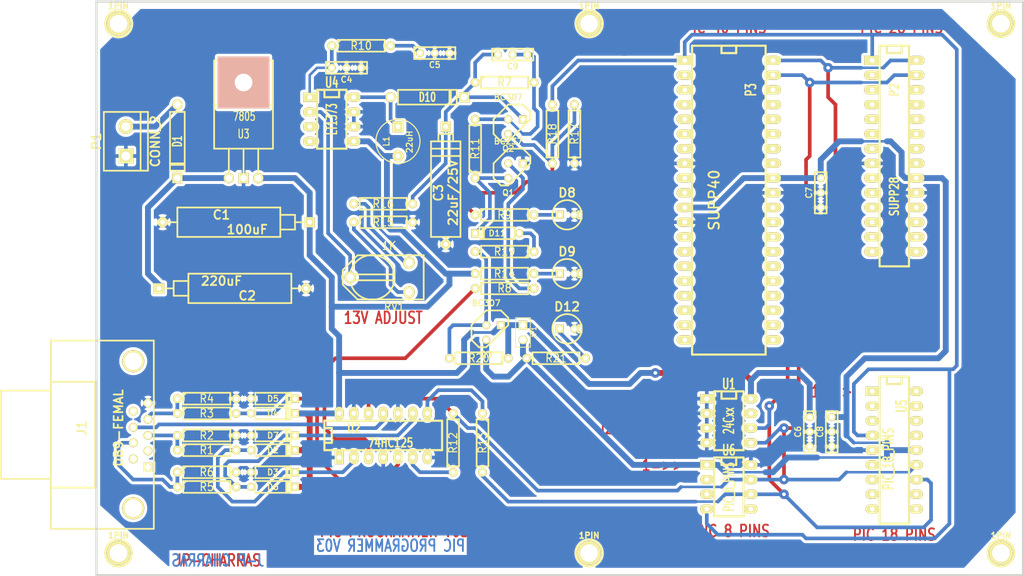
<source format=kicad_pcb>
(kicad_pcb (version 20221018) (generator pcbnew)
  (title_block (title "SERIAL PIC PROGRAMMER"))
  (layers (0 "F.Cu" signal "Composant") (31 "B.Cu" signal "Cuivre") (34 "B.Paste" user) (35 "F.Paste" user) (36 "B.SilkS" user "B.Silkscreen") (37 "F.SilkS" user "F.Silkscreen") (38 "B.Mask" user) (39 "F.Mask" user) (44 "Edge.Cuts" user))
  (net 0 "")
  (net 1 "/pic_programmer/CTS")
  (net 2 "/pic_programmer/TXD")
  (net 3 "GND")
  (net 4 "VCC")
  (net 5 "VPP")
  (net 6 "VCC_PIC")
  (net 7 "/pic_programmer/DTR")
  (net 8 "/pic_programmer/PC-CLOCK-OUT")
  (net 9 "VPP-MCLR")
  (net 10 "CLOCK-RB6")
  (net 11 "DATA-RB7")
  (net 12 "Net-(C2-Pad1)")
  (net 13 "Net-(C4-Pad1)")
  (net 14 "Net-(C5-Pad1)")
  (net 15 "Net-(C9-Pad2)")
  (net 16 "Net-(D1-Pad1)")
  (net 17 "Net-(D2-Pad1)")
  (net 18 "Net-(D4-Pad1)")
  (net 19 "Net-(D6-Pad1)")
  (net 20 "Net-(D8-Pad1)")
  (net 21 "Net-(D9-Pad1)")
  (net 22 "Net-(D10-Pad1)")
  (net 23 "Net-(D11-Pad2)")
  (net 24 "Net-(D11-Pad1)")
  (net 25 "Net-(D12-Pad1)")
  (net 26 "Net-(Q1-Pad2)")
  (net 27 "Net-(Q2-Pad3)")
  (net 28 "Net-(Q3-Pad2)")
  (net 29 "Net-(R8-Pad1)")
  (net 30 "Net-(R12-Pad1)")
  (net 31 "Net-(R13-Pad1)")
  (net 32 "Net-(R15-Pad1)")
  (net 33 "Net-(R16-Pad1)")
  (net 34 "Net-(RV1-Pad2)")
  (footprint "40DIP-ELL600" (layer "F.Cu") (at 182.88 74.93 -90)
    (fp_text reference "P3")
    (fp_text value "SUPP40")
  )
  (footprint "1pin" (layer "F.Cu") (at 229.87 44.45)
    (fp_text reference "1PIN")
    (fp_text value "P***" hide)
  )
  (footprint "1pin" (layer "F.Cu") (at 229.87 135.89)
    (fp_text reference "1PIN")
    (fp_text value "P***" hide)
  )
  (footprint "1pin" (layer "F.Cu") (at 77.47 44.45)
    (fp_text reference "1PIN")
    (fp_text value "P***" hide)
  )
  (footprint "1pin" (layer "F.Cu") (at 77.47 135.89)
    (fp_text reference "1PIN")
    (fp_text value "P***" hide)
  )
  (footprint "1pin" (layer "F.Cu") (at 158.75 135.89)
    (fp_text reference "1PIN")
    (fp_text value "P***" hide)
  )
  (footprint "1pin" (layer "F.Cu") (at 158.75 44.45)
    (fp_text reference "1PIN")
    (fp_text value "P***" hide)
  )
  (footprint "28DIP-ELL300" (layer "F.Cu") (at 211.455 67.31 -90)
    (fp_text reference "P2")
    (fp_text value "SUPP28")
  )
  (footprint "discret:CP10" (layer "F.Cu") (at 97.79 78.74 180)
    (fp_text reference "C1")
    (fp_text value "100uF")
  )
  (footprint "discret:CP10" (layer "F.Cu") (at 97.155 90.17)
    (fp_text reference "C2")
    (fp_text value "220uF")
  )
  (footprint "discret:CP8" (layer "F.Cu") (at 133.985 72.39 -90)
    (fp_text reference "C3")
    (fp_text value "22uF/25V")
  )
  (footprint "discret:C1-1" (layer "F.Cu") (at 116.84 52.07)
    (fp_text reference "C4")
    (fp_text value "0" hide)
  )
  (footprint "discret:C1-1" (layer "F.Cu") (at 132.08 49.53)
    (fp_text reference "C5")
    (fp_text value "10nF" hide)
  )
  (footprint "discret:C1-1" (layer "F.Cu") (at 196.85 114.935 -90)
    (fp_text reference "C6")
    (fp_text value "100nF" hide)
  )
  (footprint "discret:C1-1" (layer "F.Cu") (at 198.755 73.66 -90)
    (fp_text reference "C7")
    (fp_text value "100nF" hide)
  )
  (footprint "discret:C1-1" (layer "F.Cu") (at 200.66 114.935 -90)
    (fp_text reference "C8")
    (fp_text value "100nF" hide)
  )
  (footprint "discret:C1-1" (layer "F.Cu") (at 145.542 49.784)
    (fp_text reference "C9")
    (fp_text value "22OnF" hide)
  )
  (footprint "discret:D5" (layer "F.Cu") (at 87.63 64.77 -90)
    (fp_text reference "D1")
    (fp_text value "1N4004" hide)
  )
  (footprint "discret:D3" (layer "F.Cu") (at 104.14 118.11)
    (fp_text reference "D2")
    (fp_text value "BAT43" hide)
  )
  (footprint "discret:D3" (layer "F.Cu") (at 104.14 121.92)
    (fp_text reference "D3")
    (fp_text value "BAT43" hide)
  )
  (footprint "discret:D3" (layer "F.Cu") (at 104.14 111.76)
    (fp_text reference "D4")
    (fp_text value "BAT43" hide)
  )
  (footprint "discret:D3" (layer "F.Cu") (at 104.14 109.22)
    (fp_text reference "D5")
    (fp_text value "BAT43" hide)
  )
  (footprint "discret:D3" (layer "F.Cu") (at 104.14 124.46)
    (fp_text reference "D6")
    (fp_text value "BAT43" hide)
  )
  (footprint "discret:D3" (layer "F.Cu") (at 104.14 115.57)
    (fp_text reference "D7")
    (fp_text value "BAT43" hide)
  )
  (footprint "discret:LEDV" (layer "F.Cu") (at 154.94 77.47)
    (fp_text reference "D8")
    (fp_text value "RED-LED" hide)
  )
  (footprint "discret:LEDV" (layer "F.Cu") (at 154.94 87.63)
    (fp_text reference "D9")
    (fp_text value "GREEN-LED" hide)
  )
  (footprint "discret:D5" (layer "F.Cu") (at 130.81 57.15)
    (fp_text reference "D10")
    (fp_text value "SCHOTTKY" hide)
  )
  (footprint "discret:D3" (layer "F.Cu") (at 142.875 80.645 180)
    (fp_text reference "D11")
    (fp_text value "BAT43" hide)
  )
  (footprint "discret:LEDV" (layer "F.Cu") (at 154.94 97.155)
    (fp_text reference "D12")
    (fp_text value "YELLOW-LED" hide)
  )
  (footprint "connect:DB9FC" (layer "F.Cu") (at 81.28 115.57 90)
    (fp_text reference "J1")
    (fp_text value "DB9-FEMAL")
  )
  (footprint "pin_array:PIN_ARRAY_2X1" (layer "F.Cu") (at 147.32 97.79 -90)
    (fp_text reference "JP1")
    (fp_text value "JUMPER" hide)
  )
  (footprint "inductors:INDUCTOR_V" (layer "F.Cu") (at 125.73 64.77 -90)
    (fp_text reference "L1")
    (fp_text value "22uH")
  )
  (footprint "connect:bornier2" (layer "F.Cu") (at 78.74 64.77 90)
    (fp_text reference "P1")
    (fp_text value "CONN_2")
  )
  (footprint "discret:TO92" (layer "F.Cu") (at 146.05 69.85)
    (fp_text reference "Q1")
    (fp_text value "BC237")
  )
  (footprint "discret:TO92" (layer "F.Cu") (at 146.05 62.23)
    (fp_text reference "Q2")
    (fp_text value "BC307")
  )
  (footprint "discret:TO92" (layer "F.Cu") (at 142.24 97.79)
    (fp_text reference "Q3")
    (fp_text value "BC307")
  )
  (footprint "discret:R4" (layer "F.Cu") (at 92.71 118.11)
    (fp_text reference "R1")
    (fp_text value "10K" hide)
  )
  (footprint "discret:R4" (layer "F.Cu") (at 92.71 115.57)
    (fp_text reference "R2")
    (fp_text value "10K" hide)
  )
  (footprint "discret:R4" (layer "F.Cu") (at 92.71 111.76)
    (fp_text reference "R3")
    (fp_text value "10K" hide)
  )
  (footprint "discret:R4" (layer "F.Cu") (at 92.71 109.22)
    (fp_text reference "R4")
    (fp_text value "10K" hide)
  )
  (footprint "discret:R4" (layer "F.Cu") (at 92.71 124.46)
    (fp_text reference "R5")
    (fp_text value "10K" hide)
  )
  (footprint "discret:R4" (layer "F.Cu") (at 92.71 121.92)
    (fp_text reference "R6")
    (fp_text value "10K" hide)
  )
  (footprint "discret:R4" (layer "F.Cu") (at 144.145 54.61)
    (fp_text reference "R7")
    (fp_text value "10K" hide)
  )
  (footprint "discret:R4" (layer "F.Cu") (at 144.145 90.17)
    (fp_text reference "R8")
    (fp_text value "1K" hide)
  )
  (footprint "discret:R4" (layer "F.Cu") (at 144.145 77.47)
    (fp_text reference "R9")
    (fp_text value "2.2K" hide)
  )
  (footprint "discret:R4" (layer "F.Cu") (at 119.38 48.26)
    (fp_text reference "R10")
    (fp_text value "5,1K" hide)
  )
  (footprint "discret:R4" (layer "F.Cu") (at 139.065 66.04 90)
    (fp_text reference "R11")
    (fp_text value "22K" hide)
  )
  (footprint "discret:R4" (layer "F.Cu") (at 135.255 116.84 90)
    (fp_text reference "R12")
    (fp_text value "470" hide)
  )
  (footprint "discret:R4" (layer "F.Cu") (at 140.335 116.84 -90)
    (fp_text reference "R13")
    (fp_text value "470" hide)
  )
  (footprint "discret:R4" (layer "F.Cu") (at 144.145 87.63)
    (fp_text reference "R14")
    (fp_text value "470" hide)
  )
  (footprint "discret:R4" (layer "F.Cu") (at 123.19 78.74)
    (fp_text reference "R15")
    (fp_text value "6.2K" hide)
  )
  (footprint "discret:R4" (layer "F.Cu") (at 123.19 75.565)
    (fp_text reference "R16")
    (fp_text value "62K" hide)
  )
  (footprint "discret:R4" (layer "F.Cu") (at 156.21 63.5 -90)
    (fp_text reference "R17")
    (fp_text value "22K" hide)
  )
  (footprint "discret:R4" (layer "F.Cu") (at 152.4 63.5 90)
    (fp_text reference "R18")
    (fp_text value "220" hide)
  )
  (footprint "discret:R4" (layer "F.Cu") (at 144.145 83.82 180)
    (fp_text reference "R19")
    (fp_text value "2.2K" hide)
  )
  (footprint "discret:R4" (layer "F.Cu") (at 139.7 102.235 180)
    (fp_text reference "R20")
    (fp_text value "2.2K" hide)
  )
  (footprint "discret:R4" (layer "F.Cu") (at 153.035 102.235 180)
    (fp_text reference "R21")
    (fp_text value "470" hide)
  )
  (footprint "discret:RV2X4" (layer "F.Cu") (at 122.555 88.265 180)
    (fp_text reference "RV1")
    (fp_text value "1K")
  )
  (footprint "dip_sockets:DIP-8__300_ELL" (layer "F.Cu") (at 182.88 113.03 -90)
    (fp_text reference "U1")
    (fp_text value "24Cxx")
  )
  (footprint "dip_sockets:DIP-14__300_ELL" (layer "F.Cu") (at 123.19 115.57)
    (fp_text reference "U2")
    (fp_text value "74HC125")
  )
  (footprint "discret:LM78XX" (layer "F.Cu") (at 99.06 71.12 90)
    (fp_text reference "U3")
    (fp_text value "7805")
  )
  (footprint "dip_sockets:DIP-8__300_ELL" (layer "F.Cu") (at 114.3 60.96 -90)
    (fp_text reference "U4")
    (fp_text value "LT1373")
  )
  (footprint "dip_sockets:DIP-18__300_ELL" (layer "F.Cu") (at 211.455 118.11 -90)
    (fp_text reference "U5")
    (fp_text value "PIC_18_PINS")
  )
  (footprint "dip_sockets:DIP-8__300_ELL" (layer "F.Cu") (at 182.88 124.46 -90)
    (fp_text reference "U6")
    (fp_text value "PIC_8_PINS")
  )
  (gr_line (start 233.68 139.7) (end 73.66 139.7) (stroke (width 0.381)) (layer "Edge.Cuts"))
  (gr_line (start 73.66 139.7) (end 73.66 40.64) (stroke (width 0.381)) (layer "Edge.Cuts"))
  (gr_line (start 233.68 40.64) (end 233.68 139.7) (stroke (width 0.381)) (layer "Edge.Cuts"))
  (gr_line (start 173.99 40.64) (end 233.68 40.64) (stroke (width 0.381)) (layer "Edge.Cuts"))
  (gr_line (start 73.66 40.64) (end 173.99 40.64) (stroke (width 0.381)) (layer "Edge.Cuts"))
  (gr_text "I2C PROM" (at 166.37 114.3) (layer "F.Cu") (effects (font (size 2.032 1.524) (thickness 0.3048))))
  (gr_text "PWR ON" (at 163.83 88.9) (layer "F.Cu") (effects (font (size 2.032 1.524) (thickness 0.3048))))
  (gr_text "+8/12V" (at 80.01 57.15) (layer "F.Cu") (effects (font (size 2.032 1.524) (thickness 0.3048))))
  (gr_text "PIC 8 PINS" (at 183.515 132.08) (layer "F.Cu") (effects (font (size 2.032 1.524) (thickness 0.3048))))
  (gr_text "JP-CHARRAS" (at 94.615 137.16) (layer "F.Cu") (effects (font (size 2.032 1.524) (thickness 0.3048))))
  (gr_text "1=>>" (at 171.45 120.65) (layer "F.Cu") (effects (font (size 2.032 1.524) (thickness 0.3048))))
  (gr_text "PIC 18 PINS" (at 211.455 132.715) (layer "F.Cu") (effects (font (size 2.032 1.524) (thickness 0.3048))))
  (gr_text "1=>>" (at 200.66 107.95) (layer "F.Cu") (effects (font (size 2.032 1.524) (thickness 0.3048))))
  (gr_text "PIC PROGRAMMER V03" (at 125.095 132.08) (layer "F.Cu") (effects (font (size 2.032 1.524) (thickness 0.3048))))
  (gr_text "PIC 28 PINS" (at 212.725 45.085) (layer "F.Cu") (effects (font (size 2.032 1.524) (thickness 0.3048))))
  (gr_text "1=>>" (at 167.64 48.895) (layer "F.Cu") (effects (font (size 2.032 1.524) (thickness 0.3048))))
  (gr_text "VPP ON" (at 163.195 80.645) (layer "F.Cu") (effects (font (size 2.032 1.524) (thickness 0.3048))))
  (gr_text "1=>>" (at 171.45 109.22) (layer "F.Cu") (effects (font (size 2.032 1.524) (thickness 0.3048))))
  (gr_text "VCC ON" (at 163.83 98.425) (layer "F.Cu") (effects (font (size 2.032 1.524) (thickness 0.3048))))
  (gr_text "PIC 40 PINS" (at 182.245 45.085) (layer "F.Cu") (effects (font (size 2.032 1.524) (thickness 0.3048))))
  (gr_text "13V ADJUST" (at 123.19 95.25) (layer "F.Cu") (effects (font (size 2.032 1.524) (thickness 0.3048))))
  (gr_text "1=>>" (at 201.295 48.895) (layer "F.Cu") (effects (font (size 2.032 1.524) (thickness 0.3048))))
  (gr_text "J-P CHARRAS" (at 94.615 137.16) (layer "B.Cu") (effects (font (size 2.032 1.524) (thickness 0.3048)) (justify mirror)))
  (gr_text "PIC PROGRAMMER V03" (at 124.46 134.62) (layer "B.Cu") (effects (font (size 2.032 1.524) (thickness 0.3048)) (justify mirror)))
  (segment (start 121.92 114.3) (end 123.19 113.03) (width 0.635) (layer "B.Cu") (net 1))
  (segment (start 112.395 113.665) (end 113.03 114.3) (width 0.635) (layer "B.Cu") (net 1))
  (segment (start 113.03 114.3) (end 121.92 114.3) (width 0.635) (layer "B.Cu") (net 1))
  (segment (start 80.01 114.173) (end 83.947 114.173) (width 0.635) (layer "B.Cu") (net 1))
  (segment (start 83.947 114.173) (end 84.455 113.665) (width 0.635) (layer "B.Cu") (net 1))
  (segment (start 123.19 113.03) (end 123.19 111.76) (width 0.635) (layer "B.Cu") (net 1))
  (segment (start 84.455 113.665) (end 112.395 113.665) (width 0.635) (layer "B.Cu") (net 1))
  (segment (start 87.63 118.11) (end 87.63 115.57) (width 0.635) (layer "B.Cu") (net 2))
  (segment (start 87.63 115.57) (end 82.55 115.57) (width 0.635) (layer "B.Cu") (net 2))
  (segment (start 110.49 116.84) (end 109.22 118.11) (width 1.016) (layer "F.Cu") (net 4))
  (segment (start 109.22 118.11) (end 110.49 119.38) (width 1.016) (layer "F.Cu") (net 4))
  (segment (start 186.69 106.045) (end 186.69 109.22) (width 1.016) (layer "F.Cu") (net 4))
  (segment (start 170.18 104.775) (end 185.42 104.775) (width 1.016) (layer "F.Cu") (net 4))
  (segment (start 109.855 111.76) (end 110.49 112.395) (width 1.016) (layer "F.Cu") (net 4))
  (segment (start 110.49 123.825) (end 109.855 124.46) (width 1.016) (layer "F.Cu") (net 4))
  (segment (start 107.95 111.76) (end 109.855 111.76) (width 1.016) (layer "F.Cu") (net 4))
  (segment (start 185.42 104.775) (end 186.69 106.045) (width 1.016) (layer "F.Cu") (net 4))
  (segment (start 110.49 119.38) (end 110.49 123.825) (width 1.016) (layer "F.Cu") (net 4))
  (segment (start 110.49 112.395) (end 110.49 116.84) (width 1.016) (layer "F.Cu") (net 4))
  (segment (start 109.22 118.11) (end 107.95 118.11) (width 1.016) (layer "F.Cu") (net 4))
  (segment (start 109.855 124.46) (end 107.95 124.46) (width 1.016) (layer "F.Cu") (net 4))
  (via (at 170.18 104.775) (size 1.651) (drill 0.635) (layers "F.Cu" "B.Cu") (net 4))
  (segment (start 134.62 89.535) (end 134.62 87.63) (width 1.016) (layer "B.Cu") (net 4))
  (segment (start 138.43 97.79) (end 137.16 99.06) (width 1.016) (layer "B.Cu") (net 4))
  (segment (start 144.78 102.235) (end 144.78 96.52) (width 1.016) (layer "B.Cu") (net 4))
  (segment (start 142.24 97.79) (end 138.43 97.79) (width 0.4826) (layer "B.Cu") (net 4))
  (segment (start 115.57 98.425) (end 115.57 104.775) (width 1.016) (layer "B.Cu") (net 4))
  (segment (start 114.3 93.345) (end 114.3 97.155) (width 1.016) (layer "B.Cu") (net 4))
  (segment (start 114.3 93.345) (end 130.81 93.345) (width 1.016) (layer "B.Cu") (net 4))
  (segment (start 187.96 104.775) (end 194.945 104.775) (width 1.016) (layer "B.Cu") (net 4))
  (segment (start 123.19 67.31) (end 120.65 64.77) (width 1.016) (layer "B.Cu") (net 4))
  (segment (start 124.46 80.01) (end 123.825 79.375) (width 1.016) (layer "B.Cu") (net 4))
  (segment (start 123.825 79.375) (end 123.825 67.31) (width 1.016) (layer "B.Cu") (net 4))
  (segment (start 133.985 87.63) (end 126.365 80.01) (width 1.016) (layer "B.Cu") (net 4))
  (segment (start 196.85 112.395) (end 196.85 106.68) (width 1.016) (layer "B.Cu") (net 4))
  (segment (start 186.69 106.045) (end 187.96 104.775) (width 1.016) (layer "B.Cu") (net 4))
  (segment (start 114.3 88.265) (end 114.3 93.345) (width 1.016) (layer "B.Cu") (net 4))
  (segment (start 143.51 96.52) (end 142.24 97.79) (width 1.016) (layer "B.Cu") (net 4))
  (segment (start 115.57 111.76) (end 115.57 104.775) (width 1.016) (layer "B.Cu") (net 4))
  (segment (start 110.49 78.74) (end 110.49 84.455) (width 1.016) (layer "B.Cu") (net 4))
  (segment (start 137.16 103.505) (end 135.89 104.775) (width 1.016) (layer "B.Cu") (net 4))
  (segment (start 123.825 67.31) (end 123.19 67.31) (width 1.016) (layer "B.Cu") (net 4))
  (segment (start 118.11 64.77) (end 120.65 64.77) (width 1.016) (layer "B.Cu") (net 4))
  (segment (start 107.95 111.76) (end 115.57 111.76) (width 1.016) (layer "B.Cu") (net 4))
  (segment (start 110.49 73.66) (end 107.95 71.12) (width 1.016) (layer "B.Cu") (net 4))
  (segment (start 143.51 96.52) (end 144.78 96.52) (width 1.016) (layer "B.Cu") (net 4))
  (segment (start 110.49 84.455) (end 114.3 88.265) (width 1.016) (layer "B.Cu") (net 4))
  (segment (start 165.735 106.68) (end 167.64 104.775) (width 1.016) (layer "B.Cu") (net 4))
  (segment (start 148.59 96.52) (end 158.75 106.68) (width 1.016) (layer "B.Cu") (net 4))
  (segment (start 101.6 71.12) (end 107.95 71.12) (width 1.016) (layer "B.Cu") (net 4))
  (segment (start 186.69 109.22) (end 186.69 106.045) (width 1.016) (layer "B.Cu") (net 4))
  (segment (start 135.89 104.775) (end 115.57 104.775) (width 1.016) (layer "B.Cu") (net 4))
  (segment (start 196.85 106.68) (end 194.945 104.775) (width 1.016) (layer "B.Cu") (net 4))
  (segment (start 147.32 96.52) (end 148.59 96.52) (width 1.016) (layer "B.Cu") (net 4))
  (segment (start 130.81 93.345) (end 134.62 89.535) (width 1.016) (layer "B.Cu") (net 4))
  (segment (start 125.73 67.31) (end 123.825 67.31) (width 1.016) (layer "B.Cu") (net 4))
  (segment (start 126.365 80.01) (end 124.46 80.01) (width 1.016) (layer "B.Cu") (net 4))
  (segment (start 139.065 87.63) (end 134.62 87.63) (width 1.016) (layer "B.Cu") (net 4))
  (segment (start 110.49 78.74) (end 110.49 73.66) (width 1.016) (layer "B.Cu") (net 4))
  (segment (start 167.64 104.775) (end 170.18 104.775) (width 1.016) (layer "B.Cu") (net 4))
  (segment (start 137.16 99.06) (end 137.16 103.505) (width 1.016) (layer "B.Cu") (net 4))
  (segment (start 158.75 106.68) (end 165.735 106.68) (width 1.016) (layer "B.Cu") (net 4))
  (segment (start 144.78 96.52) (end 147.32 96.52) (width 1.016) (layer "B.Cu") (net 4))
  (segment (start 134.62 87.63) (end 133.985 87.63) (width 1.016) (layer "B.Cu") (net 4))
  (segment (start 114.3 97.155) (end 115.57 98.425) (width 1.016) (layer "B.Cu") (net 4))
  (segment (start 136.525 57.15) (end 137.16 57.15) (width 0.635) (layer "B.Cu") (net 5))
  (segment (start 143.51 57.15) (end 147.32 60.96) (width 0.635) (layer "B.Cu") (net 5))
  (segment (start 136.525 57.15) (end 133.985 59.69) (width 0.635) (layer "B.Cu") (net 5))
  (segment (start 137.16 57.15) (end 143.51 57.15) (width 0.635) (layer "B.Cu") (net 5))
  (segment (start 133.985 62.23) (end 133.985 59.69) (width 0.635) (layer "B.Cu") (net 5))
  (segment (start 137.16 56.515) (end 139.065 54.61) (width 0.635) (layer "B.Cu") (net 5))
  (segment (start 128.27 74.295) (end 128.27 75.565) (width 0.635) (layer "B.Cu") (net 5))
  (segment (start 133.985 62.23) (end 133.985 68.58) (width 0.635) (layer "B.Cu") (net 5))
  (segment (start 137.16 57.15) (end 137.16 56.515) (width 0.635) (layer "B.Cu") (net 5))
  (segment (start 139.065 51.181) (end 140.462 49.784) (width 0.635) (layer "B.Cu") (net 5))
  (segment (start 140.462 49.784) (end 143.002 49.784) (width 0.635) (layer "B.Cu") (net 5))
  (segment (start 139.065 54.61) (end 139.065 51.181) (width 0.635) (layer "B.Cu") (net 5))
  (segment (start 133.985 68.58) (end 128.27 74.295) (width 0.635) (layer "B.Cu") (net 5))
  (segment (start 142.24 105.41) (end 144.78 105.41) (width 1.016) (layer "B.Cu") (net 6))
  (segment (start 210.185 118.11) (end 210.185 116.84) (width 1.016) (layer "B.Cu") (net 6))
  (segment (start 140.97 99.06) (end 140.97 104.14) (width 1.016) (layer "B.Cu") (net 6))
  (segment (start 204.47 116.84) (end 210.185 116.84) (width 0.4318) (layer "B.Cu") (net 6))
  (segment (start 220.345 100.965) (end 220.345 71.755) (width 1.016) (layer "B.Cu") (net 6))
  (segment (start 147.32 101.6) (end 147.955 102.235) (width 1.016) (layer "B.Cu") (net 6))
  (segment (start 213.36 71.12) (end 215.265 71.12) (width 1.016) (layer "B.Cu") (net 6))
  (segment (start 198.12 119.38) (end 210.185 119.38) (width 0.4318) (layer "B.Cu") (net 6))
  (segment (start 198.755 71.12) (end 198.755 67.945) (width 1.016) (layer "B.Cu") (net 6))
  (segment (start 190.5 71.12) (end 198.755 71.12) (width 1.016) (layer "B.Cu") (net 6))
  (segment (start 140.97 104.14) (end 142.24 105.41) (width 1.016) (layer "B.Cu") (net 6))
  (segment (start 203.2 105.41) (end 206.375 102.235) (width 1.016) (layer "B.Cu") (net 6))
  (segment (start 206.375 102.235) (end 219.075 102.235) (width 1.016) (layer "B.Cu") (net 6))
  (segment (start 212.725 66.675) (end 212.725 70.485) (width 1.016) (layer "B.Cu") (net 6))
  (segment (start 190.5 121.92) (end 193.04 119.38) (width 1.016) (layer "B.Cu") (net 6))
  (segment (start 210.185 119.38) (end 210.185 118.11) (width 1.016) (layer "B.Cu") (net 6))
  (segment (start 179.07 120.65) (end 166.37 120.65) (width 1.016) (layer "B.Cu") (net 6))
  (segment (start 182.245 121.92) (end 189.23 121.92) (width 0.4318) (layer "B.Cu") (net 6))
  (segment (start 180.975 120.65) (end 182.245 121.92) (width 1.016) (layer "B.Cu") (net 6))
  (segment (start 201.93 64.77) (end 205.74 64.77) (width 1.016) (layer "B.Cu") (net 6))
  (segment (start 180.34 76.2) (end 185.42 71.12) (width 1.016) (layer "B.Cu") (net 6))
  (segment (start 205.74 64.77) (end 210.185 64.77) (width 0.4318) (layer "B.Cu") (net 6))
  (segment (start 144.78 105.41) (end 147.955 102.235) (width 1.016) (layer "B.Cu") (net 6))
  (segment (start 185.42 71.12) (end 190.5 71.12) (width 1.016) (layer "B.Cu") (net 6))
  (segment (start 175.26 76.2) (end 180.34 76.2) (width 1.016) (layer "B.Cu") (net 6))
  (segment (start 210.185 118.11) (end 215.265 118.11) (width 1.016) (layer "B.Cu") (net 6))
  (segment (start 220.345 71.755) (end 219.71 71.12) (width 1.016) (layer "B.Cu") (net 6))
  (segment (start 147.32 99.06) (end 147.32 101.6) (width 1.016) (layer "B.Cu") (net 6))
  (segment (start 200.66 112.395) (end 203.2 112.395) (width 1.016) (layer "B.Cu") (net 6))
  (segment (start 189.23 121.92) (end 190.5 121.92) (width 1.016) (layer "B.Cu") (net 6))
  (segment (start 210.82 64.77) (end 212.725 66.675) (width 1.016) (layer "B.Cu") (net 6))
  (segment (start 219.71 71.12) (end 215.265 71.12) (width 1.016) (layer "B.Cu") (net 6))
  (segment (start 210.185 64.77) (end 210.82 64.77) (width 1.016) (layer "B.Cu") (net 6))
  (segment (start 166.37 120.65) (end 147.955 102.235) (width 1.016) (layer "B.Cu") (net 6))
  (segment (start 212.725 70.485) (end 213.36 71.12) (width 1.016) (layer "B.Cu") (net 6))
  (segment (start 179.07 120.65) (end 180.975 120.65) (width 1.016) (layer "B.Cu") (net 6))
  (segment (start 203.2 115.57) (end 204.47 116.84) (width 0.635) (layer "B.Cu") (net 6))
  (segment (start 203.2 105.41) (end 203.2 112.395) (width 1.016) (layer "B.Cu") (net 6))
  (segment (start 198.755 67.945) (end 201.93 64.77) (width 1.016) (layer "B.Cu") (net 6))
  (segment (start 193.04 119.38) (end 198.12 119.38) (width 1.016) (layer "B.Cu") (net 6))
  (segment (start 219.075 102.235) (end 220.345 100.965) (width 1.016) (layer "B.Cu") (net 6))
  (segment (start 203.2 112.395) (end 203.2 115.57) (width 1.016) (layer "B.Cu") (net 6))
  (segment (start 82.55 112.395) (end 83.185 111.76) (width 0.635) (layer "B.Cu") (net 7))
  (segment (start 87.63 111.76) (end 87.63 109.22) (width 0.635) (layer "B.Cu") (net 7))
  (segment (start 82.55 112.776) (end 82.55 112.395) (width 0.635) (layer "B.Cu") (net 7))
  (segment (start 83.185 111.76) (end 87.63 111.76) (width 0.635) (layer "B.Cu") (net 7))
  (segment (start 80.01 116.84) (end 78.105 116.84) (width 0.635) (layer "B.Cu") (net 8))
  (segment (start 77.47 120.65) (end 80.01 123.19) (width 0.635) (layer "B.Cu") (net 8))
  (segment (start 87.63 124.46) (end 87.63 121.92) (width 0.635) (layer "B.Cu") (net 8))
  (segment (start 85.09 123.19) (end 86.36 124.46) (width 0.635) (layer "B.Cu") (net 8))
  (segment (start 77.47 117.475) (end 77.47 120.65) (width 0.635) (layer "B.Cu") (net 8))
  (segment (start 78.105 116.84) (end 77.47 117.475) (width 0.635) (layer "B.Cu") (net 8))
  (segment (start 80.01 123.19) (end 85.09 123.19) (width 0.635) (layer "B.Cu") (net 8))
  (segment (start 86.36 124.46) (end 87.63 124.46) (width 0.635) (layer "B.Cu") (net 8))
  (segment (start 152.4 55.245) (end 152.4 58.42) (width 0.635) (layer "B.Cu") (net 9))
  (segment (start 195.58 132.715) (end 196.215 133.35) (width 0.635) (layer "B.Cu") (net 9))
  (segment (start 205.105 115.57) (end 204.47 114.935) (width 0.635) (layer "B.Cu") (net 9))
  (segment (start 207.645 50.8) (end 207.645 46.355) (width 0.635) (layer "B.Cu") (net 9))
  (segment (start 179.07 130.81) (end 179.07 128.27) (width 0.635) (layer "B.Cu") (net 9))
  (segment (start 222.25 48.895) (end 222.25 103.505) (width 0.635) (layer "B.Cu") (net 9))
  (segment (start 218.44 133.35) (end 220.98 130.81) (width 0.635) (layer "B.Cu") (net 9))
  (segment (start 175.26 47.625) (end 176.53 46.355) (width 0.635) (layer "B.Cu") (net 9))
  (segment (start 221.615 104.14) (end 220.98 104.14) (width 0.635) (layer "B.Cu") (net 9))
  (segment (start 179.07 130.81) (end 180.975 132.715) (width 0.635) (layer "B.Cu") (net 9))
  (segment (start 207.645 115.57) (end 205.105 115.57) (width 0.635) (layer "B.Cu") (net 9))
  (segment (start 204.47 114.935) (end 204.47 106.68) (width 0.635) (layer "B.Cu") (net 9))
  (segment (start 219.71 46.355) (end 207.645 46.355) (width 0.635) (layer "B.Cu") (net 9))
  (segment (start 221.615 104.14) (end 222.25 103.505) (width 0.635) (layer "B.Cu") (net 9))
  (segment (start 196.215 133.35) (end 218.44 133.35) (width 0.635) (layer "B.Cu") (net 9))
  (segment (start 222.25 48.895) (end 219.71 46.355) (width 0.635) (layer "B.Cu") (net 9))
  (segment (start 156.845 50.8) (end 152.4 55.245) (width 0.635) (layer "B.Cu") (net 9))
  (segment (start 195.58 132.715) (end 180.975 132.715) (width 0.635) (layer "B.Cu") (net 9))
  (segment (start 156.845 50.8) (end 175.26 50.8) (width 0.635) (layer "B.Cu") (net 9))
  (segment (start 220.98 130.81) (end 220.98 104.14) (width 0.635) (layer "B.Cu") (net 9))
  (segment (start 175.26 50.8) (end 175.26 47.625) (width 0.635) (layer "B.Cu") (net 9))
  (segment (start 207.01 104.14) (end 220.98 104.14) (width 0.635) (layer "B.Cu") (net 9))
  (segment (start 207.645 46.355) (end 176.53 46.355) (width 0.635) (layer "B.Cu") (net 9))
  (segment (start 204.47 106.68) (end 207.01 104.14) (width 0.635) (layer "B.Cu") (net 9))
  (segment (start 189.865 123.19) (end 192.405 125.73) (width 0.635) (layer "F.Cu") (net 10))
  (segment (start 193.04 75.565) (end 196.215 72.39) (width 0.635) (layer "F.Cu") (net 10))
  (segment (start 196.85 67.31) (end 196.85 54.61) (width 0.635) (layer "F.Cu") (net 10))
  (segment (start 196.215 72.39) (end 196.215 67.945) (width 0.635) (layer "F.Cu") (net 10))
  (segment (start 193.04 107.315) (end 193.04 75.565) (width 0.635) (layer "F.Cu") (net 10))
  (segment (start 189.865 110.49) (end 189.865 123.19) (width 0.635) (layer "F.Cu") (net 10))
  (segment (start 193.04 107.315) (end 189.865 110.49) (width 0.635) (layer "F.Cu") (net 10))
  (segment (start 196.215 67.945) (end 196.85 67.31) (width 0.635) (layer "F.Cu") (net 10))
  (via (at 189.865 110.49) (size 1.651) (drill 0.635) (layers "F.Cu" "B.Cu") (net 10))
  (via (at 196.85 54.61) (size 1.651) (drill 0.635) (layers "F.Cu" "B.Cu") (net 10))
  (via (at 192.405 125.73) (size 1.651) (drill 0.635) (layers "F.Cu" "B.Cu") (net 10))
  (segment (start 198.12 131.445) (end 216.535 131.445) (width 0.635) (layer "B.Cu") (net 10))
  (segment (start 182.245 125.73) (end 186.69 125.73) (width 0.635) (layer "B.Cu") (net 10))
  (segment (start 216.535 131.445) (end 217.805 130.175) (width 0.635) (layer "B.Cu") (net 10))
  (segment (start 182.245 125.73) (end 180.975 127) (width 0.635) (layer "B.Cu") (net 10))
  (segment (start 144.78 127) (end 177.165 127) (width 0.635) (layer "B.Cu") (net 10))
  (segment (start 195.58 53.34) (end 196.85 54.61) (width 0.635) (layer "B.Cu") (net 10))
  (segment (start 217.805 130.175) (end 217.805 123.825) (width 0.635) (layer "B.Cu") (net 10))
  (segment (start 186.69 125.73) (end 192.405 125.73) (width 0.635) (layer "B.Cu") (net 10))
  (segment (start 189.23 114.3) (end 186.69 114.3) (width 0.635) (layer "B.Cu") (net 10))
  (segment (start 192.405 125.73) (end 198.12 131.445) (width 0.635) (layer "B.Cu") (net 10))
  (segment (start 205.74 54.61) (end 208.915 54.61) (width 0.4318) (layer "B.Cu") (net 10))
  (segment (start 177.165 127) (end 180.975 127) (width 0.4318) (layer "B.Cu") (net 10))
  (segment (start 190.5 53.34) (end 195.58 53.34) (width 0.635) (layer "B.Cu") (net 10))
  (segment (start 189.865 113.665) (end 189.23 114.3) (width 0.635) (layer "B.Cu") (net 10))
  (segment (start 210.185 54.61) (end 208.915 54.61) (width 0.635) (layer "B.Cu") (net 10))
  (segment (start 211.455 53.34) (end 210.185 54.61) (width 0.635) (layer "B.Cu") (net 10))
  (segment (start 140.335 121.92) (end 140.335 122.555) (width 0.635) (layer "B.Cu") (net 10))
  (segment (start 217.17 123.19) (end 215.265 123.19) (width 0.635) (layer "B.Cu") (net 10))
  (segment (start 189.865 110.49) (end 189.865 113.665) (width 0.635) (layer "B.Cu") (net 10))
  (segment (start 140.335 122.555) (end 144.78 127) (width 0.635) (layer "B.Cu") (net 10))
  (segment (start 217.805 123.825) (end 217.17 123.19) (width 0.635) (layer "B.Cu") (net 10))
  (segment (start 211.455 53.34) (end 215.265 53.34) (width 0.635) (layer "B.Cu") (net 10))
  (segment (start 196.85 54.61) (end 205.74 54.61) (width 0.635) (layer "B.Cu") (net 10))
  (segment (start 194.945 91.44) (end 194.945 113.665) (width 0.635) (layer "F.Cu") (net 11))
  (segment (start 194.31 114.3) (end 192.405 114.3) (width 0.635) (layer "F.Cu") (net 11))
  (segment (start 194.945 113.665) (end 194.31 114.3) (width 0.635) (layer "F.Cu") (net 11))
  (segment (start 120.65 111.76) (end 120.65 109.855) (width 0.635) (layer "F.Cu") (net 11))
  (segment (start 120.65 109.855) (end 121.285 109.22) (width 0.635) (layer "F.Cu") (net 11))
  (segment (start 200.025 57.15) (end 200.025 52.07) (width 0.635) (layer "F.Cu") (net 11))
  (segment (start 132.715 109.22) (end 135.255 111.76) (width 0.635) (layer "F.Cu") (net 11))
  (segment (start 200.025 57.15) (end 201.295 58.42) (width 0.635) (layer "F.Cu") (net 11))
  (segment (start 121.285 109.22) (end 132.715 109.22) (width 0.635) (layer "F.Cu") (net 11))
  (segment (start 201.295 58.42) (end 201.295 85.09) (width 0.635) (layer "F.Cu") (net 11))
  (segment (start 201.295 85.09) (end 194.945 91.44) (width 0.635) (layer "F.Cu") (net 11))
  (segment (start 192.405 114.3) (end 192.405 123.19) (width 0.635) (layer "F.Cu") (net 11))
  (via (at 192.405 114.3) (size 1.651) (drill 0.635) (layers "F.Cu" "B.Cu") (net 11))
  (via (at 200.025 52.07) (size 1.651) (drill 0.635) (layers "F.Cu" "B.Cu") (net 11))
  (via (at 192.405 123.19) (size 1.651) (drill 0.635) (layers "F.Cu" "B.Cu") (net 11))
  (segment (start 139.065 114.3) (end 149.86 125.095) (width 0.635) (layer "B.Cu") (net 11))
  (segment (start 173.99 125.095) (end 174.625 124.46) (width 0.635) (layer "B.Cu") (net 11))
  (segment (start 201.93 123.19) (end 203.2 121.92) (width 0.635) (layer "B.Cu") (net 11))
  (segment (start 181.61 124.46) (end 182.88 123.19) (width 0.635) (layer "B.Cu") (net 11))
  (segment (start 182.88 123.19) (end 186.69 123.19) (width 0.635) (layer "B.Cu") (net 11))
  (segment (start 203.2 121.92) (end 213.995 121.92) (width 0.4318) (layer "B.Cu") (net 11))
  (segment (start 135.255 111.76) (end 137.795 114.3) (width 0.635) (layer "B.Cu") (net 11))
  (segment (start 174.625 124.46) (end 181.61 124.46) (width 0.4318) (layer "B.Cu") (net 11))
  (segment (start 189.23 116.84) (end 186.69 116.84) (width 0.635) (layer "B.Cu") (net 11))
  (segment (start 213.995 121.92) (end 215.265 120.65) (width 0.635) (layer "B.Cu") (net 11))
  (segment (start 192.405 123.19) (end 201.93 123.19) (width 0.635) (layer "B.Cu") (net 11))
  (segment (start 192.405 114.3) (end 191.77 114.3) (width 0.635) (layer "B.Cu") (net 11))
  (segment (start 215.265 50.8) (end 210.82 50.8) (width 0.635) (layer "B.Cu") (net 11))
  (segment (start 190.5 50.8) (end 198.755 50.8) (width 0.635) (layer "B.Cu") (net 11))
  (segment (start 186.69 123.19) (end 192.405 123.19) (width 0.635) (layer "B.Cu") (net 11))
  (segment (start 191.77 114.3) (end 189.23 116.84) (width 0.635) (layer "B.Cu") (net 11))
  (segment (start 200.025 52.07) (end 205.74 52.07) (width 0.635) (layer "B.Cu") (net 11))
  (segment (start 137.795 114.3) (end 139.065 114.3) (width 0.635) (layer "B.Cu") (net 11))
  (segment (start 205.74 52.07) (end 209.55 52.07) (width 0.4318) (layer "B.Cu") (net 11))
  (segment (start 209.55 52.07) (end 210.82 50.8) (width 0.635) (layer "B.Cu") (net 11))
  (segment (start 149.86 125.095) (end 173.99 125.095) (width 0.635) (layer "B.Cu") (net 11))
  (segment (start 198.755 50.8) (end 200.025 52.07) (width 0.635) (layer "B.Cu") (net 11))
  (segment (start 84.455 89.535) (end 82.55 87.63) (width 1.016) (layer "B.Cu") (net 12))
  (segment (start 87.63 71.12) (end 96.52 71.12) (width 1.016) (layer "B.Cu") (net 12))
  (segment (start 82.55 76.2) (end 87.63 71.12) (width 1.016) (layer "B.Cu") (net 12))
  (segment (start 82.55 87.63) (end 82.55 76.2) (width 1.016) (layer "B.Cu") (net 12))
  (segment (start 84.455 90.17) (end 84.455 89.535) (width 1.016) (layer "B.Cu") (net 12))
  (segment (start 110.49 53.34) (end 111.76 52.07) (width 0.4318) (layer "B.Cu") (net 13))
  (segment (start 110.49 57.15) (end 110.49 53.34) (width 0.4318) (layer "B.Cu") (net 13))
  (segment (start 111.76 52.07) (end 114.3 52.07) (width 0.4318) (layer "B.Cu") (net 13))
  (segment (start 114.3 48.26) (end 114.3 52.07) (width 0.635) (layer "B.Cu") (net 13))
  (segment (start 128.27 48.26) (end 129.54 49.53) (width 0.635) (layer "B.Cu") (net 14))
  (segment (start 124.46 48.26) (end 128.27 48.26) (width 0.635) (layer "B.Cu") (net 14))
  (segment (start 148.59 63.5) (end 147.32 63.5) (width 0.635) (layer "B.Cu") (net 15))
  (segment (start 145.542 49.784) (end 148.082 49.784) (width 0.635) (layer "B.Cu") (net 15))
  (segment (start 148.844 49.784) (end 149.225 50.165) (width 0.635) (layer "B.Cu") (net 15))
  (segment (start 149.225 50.165) (end 149.225 54.61) (width 0.635) (layer "B.Cu") (net 15))
  (segment (start 144.78 60.96) (end 147.32 63.5) (width 0.4318) (layer "B.Cu") (net 15))
  (segment (start 149.86 59.69) (end 149.86 62.23) (width 0.635) (layer "B.Cu") (net 15))
  (segment (start 149.225 54.61) (end 149.225 59.055) (width 0.635) (layer "B.Cu") (net 15))
  (segment (start 148.082 49.784) (end 148.844 49.784) (width 0.635) (layer "B.Cu") (net 15))
  (segment (start 149.225 59.055) (end 149.86 59.69) (width 0.635) (layer "B.Cu") (net 15))
  (segment (start 144.78 60.96) (end 139.065 60.96) (width 0.635) (layer "B.Cu") (net 15))
  (segment (start 149.86 62.23) (end 148.59 63.5) (width 0.635) (layer "B.Cu") (net 15))
  (segment (start 83.82 62.23) (end 87.63 58.42) (width 1.016) (layer "B.Cu") (net 16))
  (segment (start 78.74 62.23) (end 83.82 62.23) (width 1.016) (layer "B.Cu") (net 16))
  (segment (start 107.95 121.92) (end 116.205 121.92) (width 0.635) (layer "B.Cu") (net 17))
  (segment (start 118.11 120.015) (end 118.11 119.38) (width 0.635) (layer "B.Cu") (net 17))
  (segment (start 94.615 124.46) (end 97.155 127) (width 0.635) (layer "B.Cu") (net 17))
  (segment (start 97.79 118.11) (end 95.885 118.11) (width 0.635) (layer "B.Cu") (net 17))
  (segment (start 116.205 121.92) (end 118.11 120.015) (width 0.635) (layer "B.Cu") (net 17))
  (segment (start 106.045 121.92) (end 107.95 121.92) (width 0.635) (layer "B.Cu") (net 17))
  (segment (start 95.885 118.11) (end 94.615 119.38) (width 0.635) (layer "B.Cu") (net 17))
  (segment (start 97.155 127) (end 100.965 127) (width 0.635) (layer "B.Cu") (net 17))
  (segment (start 100.965 127) (end 106.045 121.92) (width 0.635) (layer "B.Cu") (net 17))
  (segment (start 94.615 119.38) (end 94.615 124.46) (width 0.635) (layer "B.Cu") (net 17))
  (segment (start 100.33 118.11) (end 97.79 118.11) (width 0.635) (layer "B.Cu") (net 17))
  (segment (start 111.76 119.38) (end 115.57 123.19) (width 0.635) (layer "F.Cu") (net 18))
  (segment (start 125.73 120.65) (end 125.73 119.38) (width 0.635) (layer "F.Cu") (net 18))
  (segment (start 123.19 123.19) (end 125.73 120.65) (width 0.635) (layer "F.Cu") (net 18))
  (segment (start 115.57 123.19) (end 123.19 123.19) (width 0.635) (layer "F.Cu") (net 18))
  (segment (start 111.125 109.22) (end 111.76 109.855) (width 0.635) (layer "F.Cu") (net 18))
  (segment (start 107.95 109.22) (end 111.125 109.22) (width 0.635) (layer "F.Cu") (net 18))
  (segment (start 111.76 109.855) (end 111.76 119.38) (width 0.635) (layer "F.Cu") (net 18))
  (segment (start 106.807 109.22) (end 104.267 111.76) (width 0.635) (layer "B.Cu") (net 18))
  (segment (start 100.33 111.76) (end 104.267 111.76) (width 0.635) (layer "B.Cu") (net 18))
  (segment (start 100.33 111.76) (end 97.79 111.76) (width 0.635) (layer "B.Cu") (net 18))
  (segment (start 107.95 109.22) (end 106.807 109.22) (width 0.635) (layer "B.Cu") (net 18))
  (segment (start 95.885 120.65) (end 95.885 122.555) (width 0.635) (layer "B.Cu") (net 19))
  (segment (start 128.27 111.76) (end 128.27 113.03) (width 0.635) (layer "B.Cu") (net 19))
  (segment (start 107.95 115.57) (end 125.73 115.57) (width 0.635) (layer "B.Cu") (net 19))
  (segment (start 95.885 122.555) (end 97.79 124.46) (width 0.635) (layer "B.Cu") (net 19))
  (segment (start 96.52 120.015) (end 101.6 120.015) (width 0.635) (layer "B.Cu") (net 19))
  (segment (start 128.27 113.03) (end 125.73 115.57) (width 0.635) (layer "B.Cu") (net 19))
  (segment (start 101.6 120.015) (end 106.045 115.57) (width 0.635) (layer "B.Cu") (net 19))
  (segment (start 106.045 115.57) (end 107.95 115.57) (width 0.635) (layer "B.Cu") (net 19))
  (segment (start 100.33 124.46) (end 97.79 124.46) (width 0.635) (layer "B.Cu") (net 19))
  (segment (start 96.52 120.015) (end 95.885 120.65) (width 0.635) (layer "B.Cu") (net 19))
  (segment (start 153.67 77.47) (end 149.225 77.47) (width 0.635) (layer "B.Cu") (net 20))
  (segment (start 153.67 87.63) (end 149.225 87.63) (width 0.635) (layer "B.Cu") (net 21))
  (segment (start 118.11 57.15) (end 124.46 57.15) (width 0.635) (layer "B.Cu") (net 22))
  (segment (start 124.46 60.96) (end 125.73 62.23) (width 0.635) (layer "B.Cu") (net 22))
  (segment (start 124.46 57.15) (end 124.46 60.96) (width 0.635) (layer "B.Cu") (net 22))
  (segment (start 141.605 73.66) (end 141.605 78.105) (width 0.635) (layer "B.Cu") (net 23))
  (segment (start 139.065 71.12) (end 141.605 73.66) (width 0.635) (layer "B.Cu") (net 23))
  (segment (start 141.605 78.105) (end 139.065 80.645) (width 0.635) (layer "B.Cu") (net 23))
  (segment (start 144.78 71.12) (end 139.065 71.12) (width 0.635) (layer "B.Cu") (net 23))
  (segment (start 149.225 81.28) (end 149.225 83.82) (width 0.635) (layer "B.Cu") (net 24))
  (segment (start 146.685 80.645) (end 148.59 80.645) (width 0.635) (layer "B.Cu") (net 24))
  (segment (start 148.59 80.645) (end 149.225 81.28) (width 0.635) (layer "B.Cu") (net 24))
  (segment (start 153.67 97.79) (end 158.115 102.235) (width 0.635) (layer "B.Cu") (net 25))
  (segment (start 153.67 97.155) (end 153.67 97.79) (width 0.635) (layer "B.Cu") (net 25))
  (segment (start 144.78 68.58) (end 147.32 71.12) (width 0.635) (layer "B.Cu") (net 26))
  (segment (start 146.685 90.17) (end 144.78 88.265) (width 0.635) (layer "B.Cu") (net 26))
  (segment (start 144.78 75.565) (end 144.78 88.265) (width 0.635) (layer "B.Cu") (net 26))
  (segment (start 147.32 73.025) (end 144.78 75.565) (width 0.635) (layer "B.Cu") (net 26))
  (segment (start 149.225 90.17) (end 146.685 90.17) (width 0.635) (layer "B.Cu") (net 26))
  (segment (start 147.32 71.12) (end 147.32 73.025) (width 0.635) (layer "B.Cu") (net 26))
  (segment (start 139.065 73.66) (end 146.05 73.66) (width 0.635) (layer "F.Cu") (net 27))
  (segment (start 137.795 74.93) (end 139.065 73.66) (width 0.635) (layer "F.Cu") (net 27))
  (segment (start 146.05 73.66) (end 147.955 71.755) (width 0.635) (layer "F.Cu") (net 27))
  (segment (start 147.955 71.755) (end 150.495 71.755) (width 0.635) (layer "F.Cu") (net 27))
  (segment (start 152.4 68.58) (end 152.4 69.85) (width 0.635) (layer "F.Cu") (net 27))
  (segment (start 137.795 74.93) (end 137.795 76.2) (width 0.635) (layer "F.Cu") (net 27))
  (segment (start 137.795 76.2) (end 139.065 77.47) (width 0.635) (layer "F.Cu") (net 27))
  (segment (start 150.495 71.755) (end 152.4 69.85) (width 0.635) (layer "F.Cu") (net 27))
  (segment (start 144.78 63.5) (end 145.415 63.5) (width 0.635) (layer "B.Cu") (net 27))
  (segment (start 147.32 65.405) (end 149.225 65.405) (width 0.635) (layer "B.Cu") (net 27))
  (segment (start 145.415 63.5) (end 147.32 65.405) (width 0.635) (layer "B.Cu") (net 27))
  (segment (start 156.21 58.42) (end 156.21 61.595) (width 0.635) (layer "B.Cu") (net 27))
  (segment (start 156.21 61.595) (end 152.4 65.405) (width 0.635) (layer "B.Cu") (net 27))
  (segment (start 149.225 65.405) (end 152.4 68.58) (width 0.635) (layer "B.Cu") (net 27))
  (segment (start 152.4 65.405) (end 152.4 68.58) (width 0.635) (layer "B.Cu") (net 27))
  (segment (start 139.7 83.82) (end 139.065 83.82) (width 0.635) (layer "B.Cu") (net 28))
  (segment (start 140.97 85.09) (end 139.7 83.82) (width 0.635) (layer "B.Cu") (net 28))
  (segment (start 134.62 97.155) (end 134.62 102.235) (width 0.635) (layer "B.Cu") (net 28))
  (segment (start 140.97 85.09) (end 140.97 96.52) (width 0.635) (layer "B.Cu") (net 28))
  (segment (start 135.255 96.52) (end 134.62 97.155) (width 0.635) (layer "B.Cu") (net 28))
  (segment (start 140.97 96.52) (end 135.255 96.52) (width 0.635) (layer "B.Cu") (net 28))
  (segment (start 120.015 116.205) (end 120.65 116.84) (width 0.635) (layer "F.Cu") (net 29))
  (segment (start 113.03 104.14) (end 113.03 114.3) (width 0.635) (layer "F.Cu") (net 29))
  (segment (start 114.935 102.235) (end 113.03 104.14) (width 0.635) (layer "F.Cu") (net 29))
  (segment (start 113.03 114.3) (end 114.935 116.205) (width 0.635) (layer "F.Cu") (net 29))
  (segment (start 127 102.235) (end 139.065 90.17) (width 0.635) (layer "F.Cu") (net 29))
  (segment (start 120.65 116.84) (end 120.65 119.38) (width 0.635) (layer "F.Cu") (net 29))
  (segment (start 114.935 102.235) (end 127 102.235) (width 0.635) (layer "F.Cu") (net 29))
  (segment (start 114.935 116.205) (end 120.015 116.205) (width 0.635) (layer "F.Cu") (net 29))
  (segment (start 129.54 121.92) (end 135.255 121.92) (width 0.635) (layer "B.Cu") (net 30))
  (segment (start 128.27 120.65) (end 129.54 121.92) (width 0.635) (layer "B.Cu") (net 30))
  (segment (start 128.27 119.38) (end 128.27 120.65) (width 0.635) (layer "B.Cu") (net 30))
  (segment (start 132.6896 107.7468) (end 138.4046 107.7468) (width 0.635) (layer "B.Cu") (net 31))
  (segment (start 130.81 109.6264) (end 132.6896 107.7468) (width 0.635) (layer "B.Cu") (net 31))
  (segment (start 138.4046 107.7468) (end 140.335 109.6772) (width 0.635) (layer "B.Cu") (net 31))
  (segment (start 130.81 111.76) (end 130.81 109.6264) (width 0.635) (layer "B.Cu") (net 31))
  (segment (start 140.335 109.6772) (end 140.335 111.76) (width 0.635) (layer "B.Cu") (net 31))
  (segment (start 124.46 89.535) (end 125.73 90.805) (width 0.635) (layer "B.Cu") (net 32))
  (segment (start 118.11 80.01) (end 124.46 86.36) (width 0.635) (layer "B.Cu") (net 32))
  (segment (start 124.46 86.36) (end 124.46 89.535) (width 0.635) (layer "B.Cu") (net 32))
  (segment (start 118.11 78.74) (end 118.11 80.01) (width 0.635) (layer "B.Cu") (net 32))
  (segment (start 125.73 90.805) (end 127.635 90.805) (width 0.635) (layer "B.Cu") (net 32))
  (segment (start 118.11 75.565) (end 120.015 75.565) (width 0.635) (layer "B.Cu") (net 33))
  (segment (start 120.015 75.565) (end 120.65 76.2) (width 0.635) (layer "B.Cu") (net 33))
  (segment (start 120.65 76.2) (end 120.65 79.375) (width 0.635) (layer "B.Cu") (net 33))
  (segment (start 120.65 79.375) (end 127 85.725) (width 0.635) (layer "B.Cu") (net 33))
  (segment (start 127 85.725) (end 127.635 85.725) (width 0.635) (layer "B.Cu") (net 33))
  (segment (start 117.475 84.455) (end 117.475 88.265) (width 0.635) (layer "B.Cu") (net 34))
  (segment (start 110.49 59.69) (end 112.395 59.69) (width 0.635) (layer "B.Cu") (net 34))
  (segment (start 112.395 59.69) (end 113.665 60.96) (width 0.635) (layer "B.Cu") (net 34))
  (segment (start 113.665 80.645) (end 117.475 84.455) (width 0.635) (layer "B.Cu") (net 34))
  (segment (start 113.665 60.96) (end 113.665 80.645) (width 0.635) (layer "B.Cu") (net 34))
  (zone (net 3) (net_name "GND") (layer "B.Cu") (connect_pads (clearance 0.508)) (min_thickness 0.3) (fill yes (thermal_gap 0.508) (thermal_bridge_width 0.635))
    (polygon (pts (xy 223.52 138.43) (xy 232.41 128.905) (xy 232.41 53.975) (xy 219.71 41.91) (xy 81.28 41.91) (xy 74.295 48.895) (xy 74.295 127.635) (xy 86.36 138.43)))
  )
)
</source>
